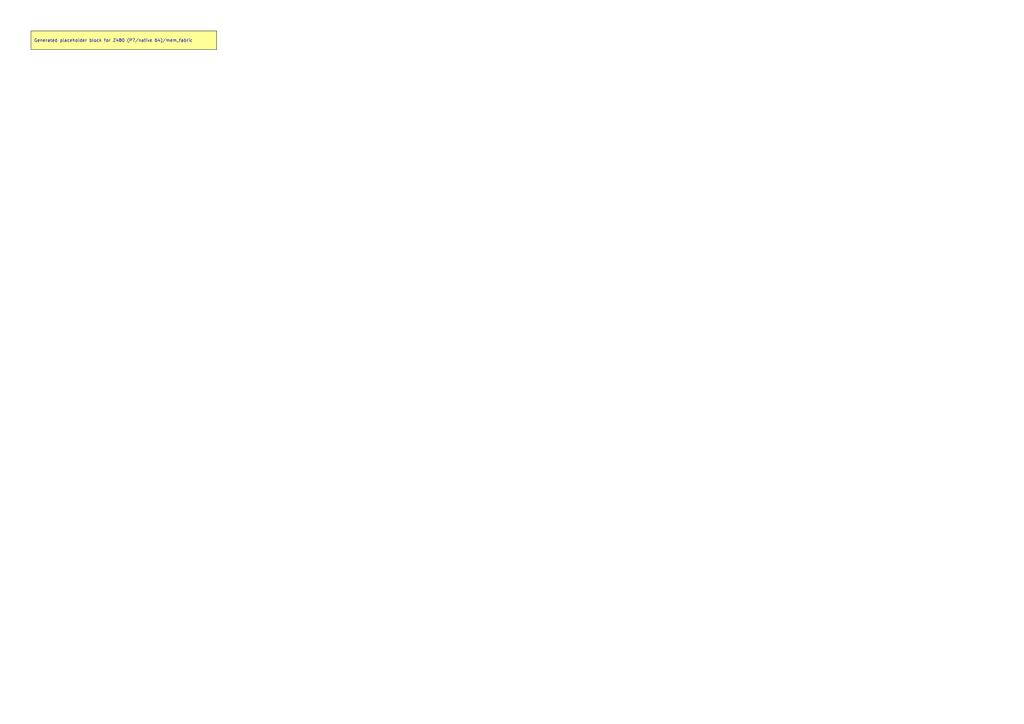
<source format=kicad_sch>
(kicad_sch
	(version 20250114)
	(generator "kicadgen")
	(generator_version "0.2")
	(uuid "3d1a802a-5fe6-5467-96c4-0657c667ca9f")
	(paper "A3")
	(title_block
		(title "Z480 (P7/native 64)::mem_fabric")
		(company "Project Carbon")
		(comment 1 "Generated - do not edit in generated/")
		(comment 2 "Edit in schem/kicad9/manual/ or refine mapping specs")
	)
	(lib_symbols)
	(text_box
		"Generated placeholder block for Z480 (P7/native 64)/mem_fabric"
		(exclude_from_sim no)
		(at
			12.7
			12.7
			0
		)
		(size 76.2 7.62)
		(margins
			1.27
			1.27
			1.27
			1.27
		)
		(stroke
			(width 0)
			(type default)
			(color
				0
				0
				0
				1
			)
		)
		(fill
			(type color)
			(color
				255
				255
				150
				1
			)
		)
		(effects
			(font
				(size 1.27 1.27)
			)
			(justify left)
		)
		(uuid "113ccfd8-b6f7-5aa8-9ae0-77fa17c27f00")
	)
	(sheet_instances
		(path
			"/"
			(page "1")
		)
	)
	(embedded_fonts no)
)

</source>
